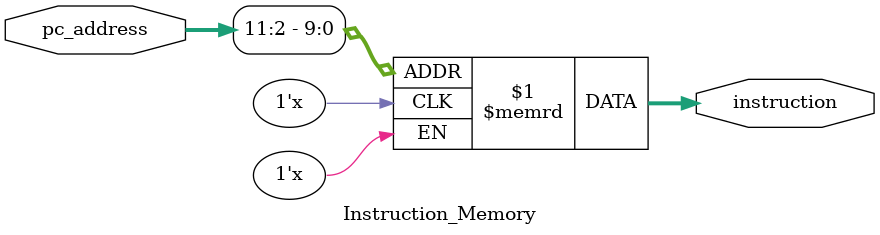
<source format=sv>
module Instruction_Memory (
    input  logic [31:0] pc_address,       
    output logic [31:0] instruction 
);

  
    logic [31:0] memory [0:1023];

    assign instruction = memory[pc_address[11:2]];

endmodule
</source>
